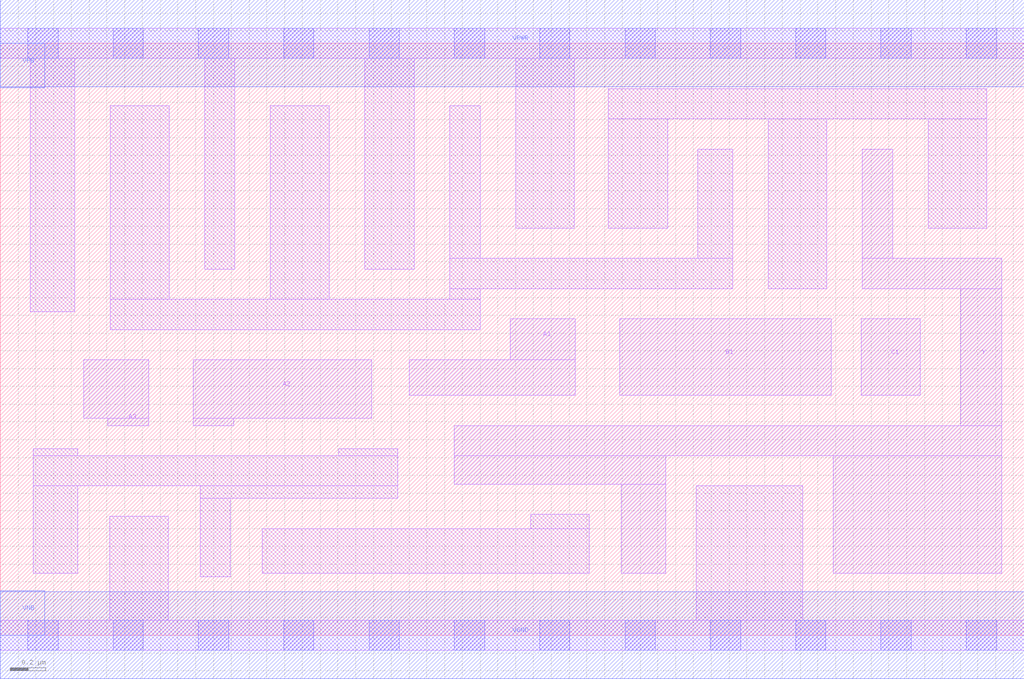
<source format=lef>
# Copyright 2020 The SkyWater PDK Authors
#
# Licensed under the Apache License, Version 2.0 (the "License");
# you may not use this file except in compliance with the License.
# You may obtain a copy of the License at
#
#     https://www.apache.org/licenses/LICENSE-2.0
#
# Unless required by applicable law or agreed to in writing, software
# distributed under the License is distributed on an "AS IS" BASIS,
# WITHOUT WARRANTIES OR CONDITIONS OF ANY KIND, either express or implied.
# See the License for the specific language governing permissions and
# limitations under the License.
#
# SPDX-License-Identifier: Apache-2.0

VERSION 5.5 ;
NAMESCASESENSITIVE ON ;
BUSBITCHARS "[]" ;
DIVIDERCHAR "/" ;
MACRO sky130_fd_sc_hs__a311oi_2
  CLASS CORE ;
  SOURCE USER ;
  ORIGIN  0.000000  0.000000 ;
  SIZE  5.760000 BY  3.330000 ;
  SYMMETRY X Y ;
  SITE unit ;
  PIN A1
    ANTENNAGATEAREA  0.558000 ;
    DIRECTION INPUT ;
    USE SIGNAL ;
    PORT
      LAYER li1 ;
        RECT 2.300000 1.350000 3.235000 1.550000 ;
        RECT 2.870000 1.550000 3.235000 1.780000 ;
    END
  END A1
  PIN A2
    ANTENNAGATEAREA  0.558000 ;
    DIRECTION INPUT ;
    USE SIGNAL ;
    PORT
      LAYER li1 ;
        RECT 1.085000 1.180000 1.315000 1.220000 ;
        RECT 1.085000 1.220000 2.090000 1.550000 ;
    END
  END A2
  PIN A3
    ANTENNAGATEAREA  0.558000 ;
    DIRECTION INPUT ;
    USE SIGNAL ;
    PORT
      LAYER li1 ;
        RECT 0.470000 1.220000 0.835000 1.550000 ;
        RECT 0.605000 1.180000 0.835000 1.220000 ;
    END
  END A3
  PIN B1
    ANTENNAGATEAREA  0.447000 ;
    DIRECTION INPUT ;
    USE SIGNAL ;
    PORT
      LAYER li1 ;
        RECT 3.485000 1.350000 4.675000 1.780000 ;
    END
  END B1
  PIN C1
    ANTENNAGATEAREA  0.447000 ;
    DIRECTION INPUT ;
    USE SIGNAL ;
    PORT
      LAYER li1 ;
        RECT 4.845000 1.350000 5.175000 1.780000 ;
    END
  END C1
  PIN Y
    ANTENNADIFFAREA  0.935400 ;
    DIRECTION OUTPUT ;
    USE SIGNAL ;
    PORT
      LAYER li1 ;
        RECT 2.555000 0.850000 3.745000 1.010000 ;
        RECT 2.555000 1.010000 5.635000 1.180000 ;
        RECT 3.495000 0.350000 3.745000 0.850000 ;
        RECT 4.685000 0.350000 5.635000 1.010000 ;
        RECT 4.850000 1.950000 5.635000 2.120000 ;
        RECT 4.850000 2.120000 5.020000 2.735000 ;
        RECT 5.405000 1.180000 5.635000 1.950000 ;
    END
  END Y
  PIN VGND
    DIRECTION INOUT ;
    USE GROUND ;
    PORT
      LAYER met1 ;
        RECT 0.000000 -0.245000 5.760000 0.245000 ;
    END
  END VGND
  PIN VNB
    DIRECTION INOUT ;
    USE GROUND ;
    PORT
      LAYER met1 ;
        RECT 0.000000 0.000000 0.250000 0.250000 ;
    END
  END VNB
  PIN VPB
    DIRECTION INOUT ;
    USE POWER ;
    PORT
      LAYER met1 ;
        RECT 0.000000 3.080000 0.250000 3.330000 ;
    END
  END VPB
  PIN VPWR
    DIRECTION INOUT ;
    USE POWER ;
    PORT
      LAYER met1 ;
        RECT 0.000000 3.085000 5.760000 3.575000 ;
    END
  END VPWR
  OBS
    LAYER li1 ;
      RECT 0.000000 -0.085000 5.760000 0.085000 ;
      RECT 0.000000  3.245000 5.760000 3.415000 ;
      RECT 0.170000  1.820000 0.420000 3.245000 ;
      RECT 0.185000  0.350000 0.435000 0.840000 ;
      RECT 0.185000  0.840000 2.235000 1.010000 ;
      RECT 0.185000  1.010000 0.435000 1.050000 ;
      RECT 0.615000  0.085000 0.945000 0.670000 ;
      RECT 0.620000  1.720000 2.700000 1.890000 ;
      RECT 0.620000  1.890000 0.950000 2.980000 ;
      RECT 1.125000  0.330000 1.295000 0.770000 ;
      RECT 1.125000  0.770000 2.235000 0.840000 ;
      RECT 1.150000  2.060000 1.320000 3.245000 ;
      RECT 1.475000  0.350000 3.315000 0.600000 ;
      RECT 1.520000  1.890000 1.850000 2.980000 ;
      RECT 1.905000  1.010000 2.235000 1.050000 ;
      RECT 2.050000  2.060000 2.330000 3.245000 ;
      RECT 2.530000  1.890000 2.700000 1.950000 ;
      RECT 2.530000  1.950000 4.120000 2.120000 ;
      RECT 2.530000  2.120000 2.700000 2.980000 ;
      RECT 2.900000  2.290000 3.230000 3.245000 ;
      RECT 2.985000  0.600000 3.315000 0.680000 ;
      RECT 3.420000  2.290000 3.755000 2.905000 ;
      RECT 3.420000  2.905000 5.550000 3.075000 ;
      RECT 3.915000  0.085000 4.515000 0.840000 ;
      RECT 3.925000  2.120000 4.120000 2.735000 ;
      RECT 4.320000  1.950000 4.650000 2.905000 ;
      RECT 5.220000  2.290000 5.550000 2.905000 ;
    LAYER mcon ;
      RECT 0.155000 -0.085000 0.325000 0.085000 ;
      RECT 0.155000  3.245000 0.325000 3.415000 ;
      RECT 0.635000 -0.085000 0.805000 0.085000 ;
      RECT 0.635000  3.245000 0.805000 3.415000 ;
      RECT 1.115000 -0.085000 1.285000 0.085000 ;
      RECT 1.115000  3.245000 1.285000 3.415000 ;
      RECT 1.595000 -0.085000 1.765000 0.085000 ;
      RECT 1.595000  3.245000 1.765000 3.415000 ;
      RECT 2.075000 -0.085000 2.245000 0.085000 ;
      RECT 2.075000  3.245000 2.245000 3.415000 ;
      RECT 2.555000 -0.085000 2.725000 0.085000 ;
      RECT 2.555000  3.245000 2.725000 3.415000 ;
      RECT 3.035000 -0.085000 3.205000 0.085000 ;
      RECT 3.035000  3.245000 3.205000 3.415000 ;
      RECT 3.515000 -0.085000 3.685000 0.085000 ;
      RECT 3.515000  3.245000 3.685000 3.415000 ;
      RECT 3.995000 -0.085000 4.165000 0.085000 ;
      RECT 3.995000  3.245000 4.165000 3.415000 ;
      RECT 4.475000 -0.085000 4.645000 0.085000 ;
      RECT 4.475000  3.245000 4.645000 3.415000 ;
      RECT 4.955000 -0.085000 5.125000 0.085000 ;
      RECT 4.955000  3.245000 5.125000 3.415000 ;
      RECT 5.435000 -0.085000 5.605000 0.085000 ;
      RECT 5.435000  3.245000 5.605000 3.415000 ;
  END
END sky130_fd_sc_hs__a311oi_2

</source>
